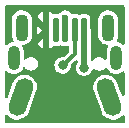
<source format=gbr>
%TF.GenerationSoftware,KiCad,Pcbnew,7.0.10*%
%TF.CreationDate,2024-02-09T20:13:36-05:00*%
%TF.ProjectId,NSpire_USB-C,4e537069-7265-45f5-9553-422d432e6b69,rev?*%
%TF.SameCoordinates,Original*%
%TF.FileFunction,Copper,L2,Bot*%
%TF.FilePolarity,Positive*%
%FSLAX46Y46*%
G04 Gerber Fmt 4.6, Leading zero omitted, Abs format (unit mm)*
G04 Created by KiCad (PCBNEW 7.0.10) date 2024-02-09 20:13:36*
%MOMM*%
%LPD*%
G01*
G04 APERTURE LIST*
G04 Aperture macros list*
%AMRoundRect*
0 Rectangle with rounded corners*
0 $1 Rounding radius*
0 $2 $3 $4 $5 $6 $7 $8 $9 X,Y pos of 4 corners*
0 Add a 4 corners polygon primitive as box body*
4,1,4,$2,$3,$4,$5,$6,$7,$8,$9,$2,$3,0*
0 Add four circle primitives for the rounded corners*
1,1,$1+$1,$2,$3*
1,1,$1+$1,$4,$5*
1,1,$1+$1,$6,$7*
1,1,$1+$1,$8,$9*
0 Add four rect primitives between the rounded corners*
20,1,$1+$1,$2,$3,$4,$5,0*
20,1,$1+$1,$4,$5,$6,$7,0*
20,1,$1+$1,$6,$7,$8,$9,0*
20,1,$1+$1,$8,$9,$2,$3,0*%
%AMHorizOval*
0 Thick line with rounded ends*
0 $1 width*
0 $2 $3 position (X,Y) of the first rounded end (center of the circle)*
0 $4 $5 position (X,Y) of the second rounded end (center of the circle)*
0 Add line between two ends*
20,1,$1,$2,$3,$4,$5,0*
0 Add two circle primitives to create the rounded ends*
1,1,$1,$2,$3*
1,1,$1,$4,$5*%
G04 Aperture macros list end*
%TA.AperFunction,ComponentPad*%
%ADD10O,1.000000X2.100000*%
%TD*%
%TA.AperFunction,SMDPad,CuDef*%
%ADD11RoundRect,0.125000X0.125000X0.925000X-0.125000X0.925000X-0.125000X-0.925000X0.125000X-0.925000X0*%
%TD*%
%TA.AperFunction,ComponentPad*%
%ADD12HorizOval,1.500000X-0.307818X0.845723X0.307818X-0.845723X0*%
%TD*%
%TA.AperFunction,ComponentPad*%
%ADD13O,1.100000X2.300000*%
%TD*%
%TA.AperFunction,ComponentPad*%
%ADD14HorizOval,1.500000X0.307818X0.845723X-0.307818X-0.845723X0*%
%TD*%
%TA.AperFunction,ViaPad*%
%ADD15C,0.600000*%
%TD*%
%TA.AperFunction,ViaPad*%
%ADD16C,0.800000*%
%TD*%
%TA.AperFunction,Conductor*%
%ADD17C,0.500000*%
%TD*%
%TA.AperFunction,Conductor*%
%ADD18C,0.300000*%
%TD*%
G04 APERTURE END LIST*
D10*
%TO.P,J2,S1,SHIELD*%
%TO.N,/SHIELD*%
X183680000Y-30975000D03*
X192320000Y-30975000D03*
%TD*%
D11*
%TO.P,J1,1,VBUS*%
%TO.N,/VBUS*%
X189600000Y-28597500D03*
%TO.P,J1,2,D-*%
%TO.N,/D-*%
X188800000Y-28597500D03*
%TO.P,J1,3,D+*%
%TO.N,/D+*%
X188000000Y-28597500D03*
%TO.P,J1,4,ID*%
%TO.N,unconnected-(J1-ID-Pad4)*%
X187200000Y-28597500D03*
%TO.P,J1,5,GND*%
%TO.N,GND*%
X186400000Y-28597500D03*
D12*
%TO.P,J1,6,Shield*%
%TO.N,/SHIELD*%
X191750000Y-34297500D03*
D13*
X191650000Y-28397500D03*
X184350000Y-28397500D03*
D14*
X184250000Y-34297500D03*
%TD*%
D15*
%TO.N,GND*%
X190469310Y-27801896D03*
X185680000Y-28135189D03*
D16*
%TO.N,/VBUS*%
X189605090Y-31797728D03*
D15*
%TO.N,/D+*%
X188000000Y-27560676D03*
D16*
%TO.N,/D-*%
X187800000Y-31600000D03*
%TD*%
D17*
%TO.N,GND*%
X186400000Y-28597500D02*
X186400000Y-27032004D01*
X186400000Y-28597500D02*
X186400000Y-30369182D01*
%TO.N,/VBUS*%
X189605090Y-31797728D02*
X189605090Y-28602590D01*
X189605090Y-28602590D02*
X189600000Y-28597500D01*
D18*
%TO.N,/D-*%
X187800000Y-31600000D02*
X188800000Y-30600000D01*
X188800000Y-30600000D02*
X188800000Y-28597500D01*
%TD*%
%TA.AperFunction,Conductor*%
%TO.N,GND*%
G36*
X192983039Y-26517685D02*
G01*
X193028794Y-26570489D01*
X193040000Y-26622000D01*
X193040000Y-29713560D01*
X193020315Y-29780599D01*
X192967511Y-29826354D01*
X192898353Y-29836298D01*
X192834797Y-29807273D01*
X192828319Y-29801241D01*
X192822262Y-29795184D01*
X192669523Y-29699211D01*
X192499252Y-29639631D01*
X192468394Y-29636154D01*
X192403981Y-29609087D01*
X192364426Y-29551492D01*
X192362289Y-29481655D01*
X192380246Y-29444720D01*
X192379588Y-29444324D01*
X192383049Y-29438570D01*
X192383054Y-29438564D01*
X192460732Y-29270667D01*
X192500500Y-29089997D01*
X192500500Y-27751387D01*
X192485514Y-27613590D01*
X192426444Y-27438279D01*
X192331070Y-27279764D01*
X192297379Y-27244197D01*
X192203850Y-27145459D01*
X192121165Y-27089398D01*
X192050730Y-27041642D01*
X192050727Y-27041640D01*
X192050723Y-27041638D01*
X191878877Y-26973169D01*
X191805851Y-26961197D01*
X191696317Y-26943240D01*
X191696314Y-26943240D01*
X191511593Y-26953255D01*
X191511588Y-26953255D01*
X191333343Y-27002744D01*
X191333337Y-27002747D01*
X191169897Y-27089398D01*
X191028900Y-27209162D01*
X190916946Y-27356436D01*
X190839268Y-27524332D01*
X190839266Y-27524336D01*
X190799500Y-27705002D01*
X190799500Y-29043616D01*
X190814486Y-29181411D01*
X190873557Y-29356723D01*
X190873558Y-29356725D01*
X190968931Y-29515237D01*
X190968932Y-29515238D01*
X191096149Y-29649540D01*
X191134430Y-29675495D01*
X191249270Y-29753358D01*
X191249273Y-29753359D01*
X191249276Y-29753361D01*
X191421122Y-29821830D01*
X191421125Y-29821831D01*
X191538249Y-29841032D01*
X191601220Y-29871303D01*
X191637829Y-29930814D01*
X191636453Y-30000670D01*
X191623181Y-30029370D01*
X191594212Y-30075474D01*
X191534631Y-30245745D01*
X191534630Y-30245750D01*
X191519500Y-30380039D01*
X191519500Y-30984727D01*
X191499815Y-31051766D01*
X191447011Y-31097521D01*
X191377853Y-31107465D01*
X191314297Y-31078440D01*
X191306416Y-31070077D01*
X191306198Y-31070296D01*
X191300455Y-31064553D01*
X191300452Y-31064551D01*
X191300451Y-31064549D01*
X191180233Y-30972302D01*
X191180229Y-30972300D01*
X191116801Y-30946027D01*
X191040236Y-30914313D01*
X191026171Y-30912461D01*
X190927727Y-30899500D01*
X190927720Y-30899500D01*
X190852280Y-30899500D01*
X190852272Y-30899500D01*
X190739764Y-30914313D01*
X190739763Y-30914313D01*
X190599770Y-30972300D01*
X190599767Y-30972301D01*
X190599767Y-30972302D01*
X190538567Y-31019263D01*
X190479549Y-31064549D01*
X190387299Y-31184771D01*
X190386974Y-31185335D01*
X190386575Y-31185715D01*
X190382355Y-31191215D01*
X190381497Y-31190556D01*
X190336404Y-31233548D01*
X190267796Y-31246767D01*
X190202933Y-31220795D01*
X190162408Y-31163879D01*
X190155590Y-31123329D01*
X190155590Y-28614110D01*
X190155662Y-28609878D01*
X190156085Y-28597499D01*
X190157852Y-28545764D01*
X190154025Y-28530059D01*
X190150500Y-28500701D01*
X190150500Y-27639006D01*
X190134720Y-27539378D01*
X190134719Y-27539376D01*
X190134719Y-27539374D01*
X190073528Y-27419280D01*
X190073526Y-27419278D01*
X190073523Y-27419274D01*
X189978225Y-27323976D01*
X189978221Y-27323973D01*
X189978220Y-27323972D01*
X189858126Y-27262781D01*
X189858124Y-27262780D01*
X189858121Y-27262779D01*
X189758493Y-27247000D01*
X189758488Y-27247000D01*
X189441512Y-27247000D01*
X189441507Y-27247000D01*
X189341876Y-27262779D01*
X189256294Y-27306386D01*
X189187625Y-27319282D01*
X189143706Y-27306386D01*
X189058123Y-27262779D01*
X188958493Y-27247000D01*
X188958488Y-27247000D01*
X188641512Y-27247000D01*
X188602661Y-27253153D01*
X188533367Y-27244197D01*
X188484888Y-27206165D01*
X188428283Y-27132395D01*
X188378694Y-27094344D01*
X188302841Y-27036140D01*
X188156762Y-26975632D01*
X188156760Y-26975631D01*
X188000001Y-26954994D01*
X187999999Y-26954994D01*
X187843239Y-26975631D01*
X187843237Y-26975632D01*
X187697160Y-27036139D01*
X187655345Y-27068224D01*
X187571718Y-27132394D01*
X187571717Y-27132395D01*
X187571716Y-27132396D01*
X187515110Y-27206166D01*
X187458682Y-27247368D01*
X187397338Y-27253152D01*
X187358495Y-27247000D01*
X187358488Y-27247000D01*
X187041512Y-27247000D01*
X187036641Y-27247000D01*
X187036641Y-27245087D01*
X186976213Y-27232380D01*
X186947201Y-27210818D01*
X186911116Y-27174732D01*
X186911108Y-27174726D01*
X186775188Y-27094344D01*
X186775185Y-27094343D01*
X186623553Y-27050289D01*
X186623547Y-27050288D01*
X186588118Y-27047500D01*
X186211881Y-27047500D01*
X186176452Y-27050288D01*
X186176446Y-27050289D01*
X186024814Y-27094343D01*
X186024811Y-27094344D01*
X185888891Y-27174726D01*
X185888883Y-27174732D01*
X185777232Y-27286383D01*
X185777226Y-27286391D01*
X185696845Y-27422308D01*
X185670170Y-27514117D01*
X186613181Y-28457128D01*
X186646666Y-28518451D01*
X186649500Y-28544809D01*
X186649500Y-28650190D01*
X186629815Y-28717229D01*
X186613181Y-28737871D01*
X185670170Y-29680881D01*
X185696843Y-29772686D01*
X185696844Y-29772688D01*
X185777226Y-29908608D01*
X185777232Y-29908616D01*
X185888883Y-30020267D01*
X185888891Y-30020273D01*
X186024811Y-30100655D01*
X186024814Y-30100656D01*
X186176446Y-30144710D01*
X186176452Y-30144711D01*
X186211881Y-30147499D01*
X186211894Y-30147500D01*
X186588106Y-30147500D01*
X186588118Y-30147499D01*
X186623547Y-30144711D01*
X186623553Y-30144710D01*
X186775185Y-30100656D01*
X186775188Y-30100655D01*
X186911106Y-30020275D01*
X186911113Y-30020269D01*
X186947201Y-29984181D01*
X187008523Y-29950695D01*
X187036640Y-29948790D01*
X187036640Y-29948000D01*
X187358493Y-29948000D01*
X187458121Y-29932220D01*
X187458121Y-29932219D01*
X187458126Y-29932219D01*
X187543708Y-29888612D01*
X187612374Y-29875717D01*
X187656289Y-29888611D01*
X187741874Y-29932219D01*
X187741876Y-29932219D01*
X187741878Y-29932220D01*
X187841507Y-29948000D01*
X187841512Y-29948000D01*
X188158492Y-29948000D01*
X188206101Y-29940459D01*
X188275394Y-29949413D01*
X188328847Y-29994409D01*
X188349487Y-30061160D01*
X188349500Y-30062932D01*
X188349500Y-30362035D01*
X188329815Y-30429074D01*
X188313181Y-30449716D01*
X187899716Y-30863181D01*
X187838393Y-30896666D01*
X187812035Y-30899500D01*
X187714944Y-30899500D01*
X187549773Y-30940210D01*
X187399150Y-31019263D01*
X187271816Y-31132072D01*
X187175182Y-31272068D01*
X187114860Y-31431125D01*
X187114859Y-31431130D01*
X187094355Y-31600000D01*
X187114859Y-31768869D01*
X187114860Y-31768874D01*
X187175182Y-31927931D01*
X187209535Y-31977699D01*
X187271817Y-32067929D01*
X187336980Y-32125658D01*
X187399150Y-32180736D01*
X187532623Y-32250788D01*
X187549775Y-32259790D01*
X187714944Y-32300500D01*
X187885056Y-32300500D01*
X188050225Y-32259790D01*
X188129692Y-32218081D01*
X188200849Y-32180736D01*
X188200850Y-32180734D01*
X188200852Y-32180734D01*
X188328183Y-32067929D01*
X188424818Y-31927930D01*
X188485140Y-31768872D01*
X188505645Y-31600000D01*
X188505502Y-31598824D01*
X188505645Y-31597965D01*
X188505645Y-31592499D01*
X188506553Y-31592499D01*
X188516955Y-31529901D01*
X188540912Y-31496189D01*
X188842910Y-31194192D01*
X188904232Y-31160708D01*
X188973924Y-31165692D01*
X189029857Y-31207564D01*
X189054274Y-31273028D01*
X189054590Y-31281874D01*
X189054590Y-31323489D01*
X189034905Y-31390528D01*
X189032640Y-31393929D01*
X188980273Y-31469796D01*
X188980272Y-31469796D01*
X188919950Y-31628853D01*
X188919949Y-31628858D01*
X188899445Y-31797728D01*
X188919949Y-31966597D01*
X188919950Y-31966602D01*
X188980272Y-32125659D01*
X189018288Y-32180734D01*
X189076907Y-32265657D01*
X189182595Y-32359288D01*
X189204240Y-32378464D01*
X189354863Y-32457517D01*
X189354865Y-32457518D01*
X189520034Y-32498228D01*
X189690146Y-32498228D01*
X189855315Y-32457518D01*
X189970244Y-32397198D01*
X190005939Y-32378464D01*
X190005940Y-32378462D01*
X190005942Y-32378462D01*
X190133273Y-32265657D01*
X190229908Y-32125658D01*
X190290230Y-31966600D01*
X190290230Y-31966597D01*
X190291766Y-31960368D01*
X190326921Y-31899987D01*
X190389141Y-31868198D01*
X190458669Y-31875093D01*
X190487650Y-31891667D01*
X190599765Y-31977697D01*
X190599767Y-31977698D01*
X190739764Y-32035687D01*
X190852280Y-32050500D01*
X190852287Y-32050500D01*
X190927713Y-32050500D01*
X190927720Y-32050500D01*
X191040236Y-32035687D01*
X191180233Y-31977698D01*
X191300451Y-31885451D01*
X191365183Y-31801089D01*
X191421609Y-31759889D01*
X191491355Y-31755734D01*
X191552275Y-31789946D01*
X191580598Y-31835622D01*
X191594209Y-31874520D01*
X191659040Y-31977697D01*
X191690184Y-32027262D01*
X191817738Y-32154816D01*
X191908080Y-32211582D01*
X191947641Y-32236440D01*
X191970478Y-32250789D01*
X192112544Y-32300500D01*
X192140745Y-32310368D01*
X192140750Y-32310369D01*
X192319996Y-32330565D01*
X192320000Y-32330565D01*
X192320004Y-32330565D01*
X192499249Y-32310369D01*
X192499252Y-32310368D01*
X192499255Y-32310368D01*
X192669522Y-32250789D01*
X192822262Y-32154816D01*
X192828319Y-32148759D01*
X192889642Y-32115274D01*
X192959334Y-32120258D01*
X193015267Y-32162130D01*
X193039684Y-32227594D01*
X193040000Y-32236440D01*
X193040000Y-34067049D01*
X193020315Y-34134088D01*
X192967511Y-34179843D01*
X192898353Y-34189787D01*
X192834797Y-34160762D01*
X192799478Y-34109460D01*
X192673222Y-33762576D01*
X192411678Y-33043989D01*
X192344612Y-32904169D01*
X192220440Y-32738635D01*
X192220437Y-32738631D01*
X192066359Y-32600508D01*
X191888292Y-32495094D01*
X191823220Y-32472211D01*
X191693079Y-32426445D01*
X191693076Y-32426444D01*
X191693075Y-32426444D01*
X191488226Y-32397198D01*
X191281603Y-32408480D01*
X191090266Y-32457517D01*
X191081151Y-32459853D01*
X190894572Y-32549348D01*
X190729036Y-32673521D01*
X190590913Y-32827599D01*
X190590913Y-32827600D01*
X190485499Y-33005665D01*
X190485499Y-33005666D01*
X190416850Y-33200881D01*
X190416849Y-33200883D01*
X190387603Y-33405731D01*
X190387603Y-33405733D01*
X190398885Y-33612356D01*
X190398886Y-33612358D01*
X190437384Y-33762576D01*
X191088318Y-35551002D01*
X191088321Y-35551008D01*
X191088322Y-35551011D01*
X191155388Y-35690831D01*
X191234512Y-35796311D01*
X191279564Y-35856369D01*
X191433640Y-35994490D01*
X191475861Y-36019484D01*
X191611709Y-36099906D01*
X191806921Y-36168555D01*
X192011774Y-36197801D01*
X192218397Y-36186520D01*
X192418849Y-36135146D01*
X192605426Y-36045653D01*
X192770960Y-35921481D01*
X192823669Y-35862683D01*
X192883074Y-35825905D01*
X192952934Y-35827082D01*
X193011067Y-35865841D01*
X193039018Y-35929877D01*
X193040000Y-35945454D01*
X193040000Y-36373000D01*
X193020315Y-36440039D01*
X192967511Y-36485794D01*
X192916000Y-36497000D01*
X183024500Y-36497000D01*
X182957461Y-36477315D01*
X182911706Y-36424511D01*
X182900500Y-36373000D01*
X182900500Y-35879081D01*
X182920185Y-35812042D01*
X182972989Y-35766287D01*
X183042147Y-35756343D01*
X183105703Y-35785368D01*
X183116825Y-35796304D01*
X183229040Y-35921481D01*
X183394574Y-36045653D01*
X183581151Y-36135147D01*
X183781603Y-36186520D01*
X183988226Y-36197802D01*
X184193079Y-36168555D01*
X184388291Y-36099906D01*
X184566358Y-35994492D01*
X184638437Y-35929877D01*
X184720437Y-35856368D01*
X184720437Y-35856367D01*
X184720440Y-35856365D01*
X184844612Y-35690831D01*
X184911678Y-35551011D01*
X185562616Y-33762574D01*
X185601115Y-33612356D01*
X185612397Y-33405734D01*
X185583150Y-33200880D01*
X185514501Y-33005669D01*
X185514500Y-33005667D01*
X185514500Y-33005666D01*
X185409086Y-32827599D01*
X185270963Y-32673521D01*
X185173630Y-32600509D01*
X185105426Y-32549347D01*
X184918849Y-32459854D01*
X184718397Y-32408480D01*
X184718396Y-32408479D01*
X184718395Y-32408479D01*
X184511775Y-32397199D01*
X184511770Y-32397199D01*
X184306921Y-32426444D01*
X184111710Y-32495093D01*
X183933641Y-32600509D01*
X183933640Y-32600509D01*
X183779564Y-32738630D01*
X183655389Y-32904167D01*
X183655388Y-32904168D01*
X183655388Y-32904169D01*
X183606705Y-33005665D01*
X183588320Y-33043994D01*
X183141022Y-34272935D01*
X183099596Y-34329198D01*
X183034327Y-34354134D01*
X182965938Y-34339824D01*
X182916143Y-34290812D01*
X182900500Y-34230524D01*
X182900500Y-32176940D01*
X182920185Y-32109901D01*
X182972989Y-32064146D01*
X183042147Y-32054202D01*
X183105703Y-32083227D01*
X183112181Y-32089259D01*
X183177738Y-32154816D01*
X183268080Y-32211582D01*
X183307641Y-32236440D01*
X183330478Y-32250789D01*
X183472544Y-32300500D01*
X183500745Y-32310368D01*
X183500750Y-32310369D01*
X183679996Y-32330565D01*
X183680000Y-32330565D01*
X183680004Y-32330565D01*
X183859249Y-32310369D01*
X183859252Y-32310368D01*
X183859255Y-32310368D01*
X184029522Y-32250789D01*
X184182262Y-32154816D01*
X184309816Y-32027262D01*
X184405789Y-31874522D01*
X184419401Y-31835622D01*
X184460121Y-31778848D01*
X184525074Y-31753100D01*
X184593636Y-31766556D01*
X184634815Y-31801088D01*
X184699549Y-31885451D01*
X184819767Y-31977698D01*
X184959764Y-32035687D01*
X185072280Y-32050500D01*
X185072287Y-32050500D01*
X185147713Y-32050500D01*
X185147720Y-32050500D01*
X185260236Y-32035687D01*
X185400233Y-31977698D01*
X185520451Y-31885451D01*
X185612698Y-31765233D01*
X185670687Y-31625236D01*
X185690466Y-31475000D01*
X185670687Y-31324764D01*
X185612698Y-31184767D01*
X185520451Y-31064549D01*
X185400233Y-30972302D01*
X185400229Y-30972300D01*
X185336801Y-30946027D01*
X185260236Y-30914313D01*
X185246171Y-30912461D01*
X185147727Y-30899500D01*
X185147720Y-30899500D01*
X185072280Y-30899500D01*
X185072272Y-30899500D01*
X184959764Y-30914313D01*
X184959763Y-30914313D01*
X184819770Y-30972300D01*
X184819767Y-30972301D01*
X184819767Y-30972302D01*
X184758567Y-31019263D01*
X184699544Y-31064553D01*
X184693802Y-31070296D01*
X184691805Y-31068299D01*
X184646434Y-31101421D01*
X184576687Y-31105568D01*
X184515771Y-31071348D01*
X184483026Y-31009627D01*
X184480500Y-30984727D01*
X184480500Y-30380043D01*
X184480499Y-30380039D01*
X184465369Y-30245750D01*
X184465368Y-30245745D01*
X184405788Y-30075475D01*
X184378572Y-30032162D01*
X184359571Y-29964925D01*
X184379938Y-29898090D01*
X184433206Y-29852875D01*
X184476853Y-29842371D01*
X184488407Y-29841745D01*
X184488411Y-29841744D01*
X184666656Y-29792255D01*
X184666656Y-29792254D01*
X184666659Y-29792254D01*
X184830104Y-29705600D01*
X184971100Y-29585837D01*
X185083054Y-29438564D01*
X185160732Y-29270667D01*
X185200500Y-29089997D01*
X185200500Y-28201052D01*
X185650000Y-28201052D01*
X185650000Y-28993947D01*
X186046447Y-28597500D01*
X186046447Y-28597499D01*
X185650000Y-28201052D01*
X185200500Y-28201052D01*
X185200500Y-27751387D01*
X185185514Y-27613590D01*
X185126444Y-27438279D01*
X185031070Y-27279764D01*
X184997379Y-27244197D01*
X184903850Y-27145459D01*
X184821165Y-27089398D01*
X184750730Y-27041642D01*
X184750727Y-27041640D01*
X184750723Y-27041638D01*
X184578877Y-26973169D01*
X184505851Y-26961197D01*
X184396317Y-26943240D01*
X184396314Y-26943240D01*
X184211593Y-26953255D01*
X184211588Y-26953255D01*
X184033343Y-27002744D01*
X184033337Y-27002747D01*
X183869897Y-27089398D01*
X183728900Y-27209162D01*
X183616946Y-27356436D01*
X183539268Y-27524332D01*
X183539266Y-27524336D01*
X183499500Y-27705002D01*
X183499500Y-29043616D01*
X183514486Y-29181411D01*
X183573557Y-29356723D01*
X183573560Y-29356730D01*
X183628756Y-29448467D01*
X183646452Y-29516058D01*
X183624795Y-29582487D01*
X183570663Y-29626662D01*
X183536390Y-29635615D01*
X183500749Y-29639630D01*
X183500745Y-29639631D01*
X183330476Y-29699211D01*
X183177737Y-29795184D01*
X183112181Y-29860741D01*
X183050858Y-29894226D01*
X182981166Y-29889242D01*
X182925233Y-29847370D01*
X182900816Y-29781906D01*
X182900500Y-29773060D01*
X182900500Y-26622000D01*
X182920185Y-26554961D01*
X182972989Y-26509206D01*
X183024500Y-26498000D01*
X192916000Y-26498000D01*
X192983039Y-26517685D01*
G37*
%TD.AperFunction*%
%TD*%
M02*

</source>
